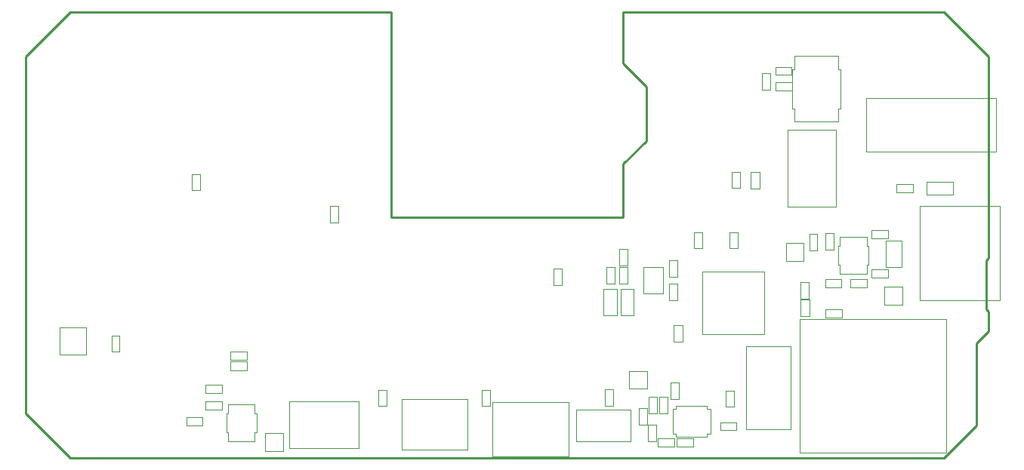
<source format=gbr>
%TF.GenerationSoftware,KiCad,Pcbnew,9.0.2*%
%TF.CreationDate,2025-08-01T13:44:13+01:00*%
%TF.ProjectId,FED3,46454433-2e6b-4696-9361-645f70636258,rev?*%
%TF.SameCoordinates,Original*%
%TF.FileFunction,Other,User*%
%FSLAX46Y46*%
G04 Gerber Fmt 4.6, Leading zero omitted, Abs format (unit mm)*
G04 Created by KiCad (PCBNEW 9.0.2) date 2025-08-01 13:44:13*
%MOMM*%
%LPD*%
G01*
G04 APERTURE LIST*
%ADD10C,0.050000*%
%TA.AperFunction,Profile*%
%ADD11C,0.250000*%
%TD*%
G04 APERTURE END LIST*
D10*
%TO.C,J2*%
X162320000Y-128170000D02*
X162320000Y-124630000D01*
X162320000Y-124630000D02*
X156230000Y-124630000D01*
X156230000Y-128170000D02*
X162320000Y-128170000D01*
X156230000Y-124630000D02*
X156230000Y-128170000D01*
%TO.C,SW2*%
X175300000Y-117475000D02*
X180300000Y-117475000D01*
X175300000Y-126775000D02*
X175300000Y-117475000D01*
X180300000Y-117475000D02*
X180300000Y-126775000D01*
X180300000Y-126775000D02*
X175300000Y-126775000D01*
%TO.C,TP4*%
X190800000Y-112850000D02*
X190800000Y-110850000D01*
X190800000Y-112850000D02*
X192800000Y-112850000D01*
X192800000Y-110850000D02*
X190800000Y-110850000D01*
X192800000Y-110850000D02*
X192800000Y-112850000D01*
%TO.C,C18*%
X166650000Y-110477500D02*
X167570000Y-110477500D01*
X166650000Y-112297500D02*
X166650000Y-110477500D01*
X167570000Y-110477500D02*
X167570000Y-112297500D01*
X167570000Y-112297500D02*
X166650000Y-112297500D01*
%TO.C,C17*%
X166640000Y-107862500D02*
X167560000Y-107862500D01*
X166640000Y-109682500D02*
X166640000Y-107862500D01*
X167560000Y-107862500D02*
X167560000Y-109682500D01*
X167560000Y-109682500D02*
X166640000Y-109682500D01*
%TO.C,R17*%
X167470000Y-127830000D02*
X169330000Y-127830000D01*
X167470000Y-128770000D02*
X167470000Y-127830000D01*
X169330000Y-127830000D02*
X169330000Y-128770000D01*
X169330000Y-128770000D02*
X167470000Y-128770000D01*
%TO.C,X2*%
X165970000Y-108597500D02*
X163770000Y-108597500D01*
X163770000Y-111597500D01*
X165970000Y-111597500D01*
X165970000Y-108597500D01*
%TO.C,R267*%
X189316000Y-104457400D02*
X191176000Y-104457400D01*
X189316000Y-105397400D02*
X189316000Y-104457400D01*
X191176000Y-104457400D02*
X191176000Y-105397400D01*
X191176000Y-105397400D02*
X189316000Y-105397400D01*
%TO.C,R6*%
X178590000Y-87830000D02*
X180450000Y-87830000D01*
X178590000Y-88770000D02*
X178590000Y-87830000D01*
X180450000Y-87830000D02*
X180450000Y-88770000D01*
X180450000Y-88770000D02*
X178590000Y-88770000D01*
%TO.C,C10*%
X173695500Y-97902400D02*
X174615500Y-97902400D01*
X173695500Y-99722400D02*
X173695500Y-97902400D01*
X174615500Y-97902400D02*
X174615500Y-99722400D01*
X174615500Y-99722400D02*
X173695500Y-99722400D01*
%TO.C,C1*%
X178590000Y-86140000D02*
X180410000Y-86140000D01*
X178590000Y-87060000D02*
X178590000Y-86140000D01*
X180410000Y-86140000D02*
X180410000Y-87060000D01*
X180410000Y-87060000D02*
X178590000Y-87060000D01*
%TO.C,CHG0*%
X195497000Y-99015800D02*
X198457000Y-99015800D01*
X195497000Y-100475800D02*
X195497000Y-99015800D01*
X198457000Y-99015800D02*
X198457000Y-100475800D01*
X198457000Y-100475800D02*
X195497000Y-100475800D01*
%TO.C,L1*%
X161210000Y-111040000D02*
X162670000Y-111040000D01*
X161210000Y-114000000D02*
X161210000Y-111040000D01*
X162670000Y-111040000D02*
X162670000Y-114000000D01*
X162670000Y-114000000D02*
X161210000Y-114000000D01*
%TO.C,R5*%
X181430000Y-112270000D02*
X182370000Y-112270000D01*
X181430000Y-114130000D02*
X181430000Y-112270000D01*
X182370000Y-112270000D02*
X182370000Y-114130000D01*
X182370000Y-114130000D02*
X181430000Y-114130000D01*
%TO.C,R14*%
X166839800Y-121598400D02*
X167779800Y-121598400D01*
X166839800Y-123458400D02*
X166839800Y-121598400D01*
X167779800Y-121598400D02*
X167779800Y-123458400D01*
X167779800Y-123458400D02*
X166839800Y-123458400D01*
%TO.C,C8*%
X134040000Y-122390000D02*
X134960000Y-122390000D01*
X134040000Y-124210000D02*
X134040000Y-122390000D01*
X134960000Y-122390000D02*
X134960000Y-124210000D01*
X134960000Y-124210000D02*
X134040000Y-124210000D01*
%TO.C,J1*%
X155432050Y-129879743D02*
X155432050Y-123789743D01*
X155432050Y-123789743D02*
X146812050Y-123789743D01*
X146812050Y-129879743D02*
X155432050Y-129879743D01*
X146812050Y-123789743D02*
X146812050Y-129879743D01*
%TO.C,D9*%
X190932200Y-105621200D02*
X192752200Y-105621200D01*
X190932200Y-108621200D02*
X190932200Y-105621200D01*
X192752200Y-105621200D02*
X192752200Y-108621200D01*
X192752200Y-108621200D02*
X190932200Y-108621200D01*
%TO.C,C6*%
X159490000Y-122340000D02*
X160410000Y-122340000D01*
X159490000Y-124160000D02*
X159490000Y-122340000D01*
X160410000Y-122340000D02*
X160410000Y-124160000D01*
X160410000Y-124160000D02*
X159490000Y-124160000D01*
%TO.C,C3*%
X104140000Y-116290000D02*
X105060000Y-116290000D01*
X104140000Y-118110000D02*
X104140000Y-116290000D01*
X105060000Y-116290000D02*
X105060000Y-118110000D01*
X105060000Y-118110000D02*
X104140000Y-118110000D01*
%TO.C,C16*%
X164290000Y-126340000D02*
X165210000Y-126340000D01*
X164290000Y-128160000D02*
X164290000Y-126340000D01*
X165210000Y-126340000D02*
X165210000Y-128160000D01*
X165210000Y-128160000D02*
X164290000Y-128160000D01*
%TO.C,R12*%
X167200000Y-115095000D02*
X168140000Y-115095000D01*
X167200000Y-116955000D02*
X167200000Y-115095000D01*
X168140000Y-115095000D02*
X168140000Y-116955000D01*
X168140000Y-116955000D02*
X167200000Y-116955000D01*
%TO.C,R266*%
X189316000Y-108851600D02*
X191176000Y-108851600D01*
X189316000Y-109791600D02*
X189316000Y-108851600D01*
X191176000Y-108851600D02*
X191176000Y-109791600D01*
X191176000Y-109791600D02*
X189316000Y-109791600D01*
%TO.C,U3*%
X167070600Y-124520000D02*
X167420600Y-124520000D01*
X167070600Y-127280000D02*
X167070600Y-124520000D01*
X167420600Y-124150000D02*
X170920600Y-124150000D01*
X167420600Y-124520000D02*
X167420600Y-124150000D01*
X167420600Y-127280000D02*
X167070600Y-127280000D01*
X167420600Y-127650000D02*
X167420600Y-127280000D01*
X170920600Y-124150000D02*
X170920600Y-124520000D01*
X170920600Y-124520000D02*
X171270600Y-124520000D01*
X170920600Y-127280000D02*
X170920600Y-127650000D01*
X170920600Y-127650000D02*
X167420600Y-127650000D01*
X171270600Y-124520000D02*
X171270600Y-127280000D01*
X171270600Y-127280000D02*
X170920600Y-127280000D01*
%TO.C,X1*%
X185389100Y-93191600D02*
X179939100Y-93191600D01*
X179939100Y-101841600D01*
X185389100Y-101841600D01*
X185389100Y-93191600D01*
%TO.C,R8*%
X114670000Y-121830000D02*
X116530000Y-121830000D01*
X114670000Y-122770000D02*
X114670000Y-121830000D01*
X116530000Y-121830000D02*
X116530000Y-122770000D01*
X116530000Y-122770000D02*
X114670000Y-122770000D01*
%TO.C,IC1*%
X117000000Y-125050000D02*
X117200000Y-125050000D01*
X117000000Y-127150000D02*
X117000000Y-125050000D01*
X117200000Y-124050000D02*
X120200000Y-124050000D01*
X117200000Y-125050000D02*
X117200000Y-124050000D01*
X117200000Y-127150000D02*
X117000000Y-127150000D01*
X117200000Y-128150000D02*
X117200000Y-127150000D01*
X120200000Y-124050000D02*
X120200000Y-125050000D01*
X120200000Y-125050000D02*
X120400000Y-125050000D01*
X120200000Y-127150000D02*
X120200000Y-128150000D01*
X120200000Y-128150000D02*
X117200000Y-128150000D01*
X120400000Y-125050000D02*
X120400000Y-127150000D01*
X120400000Y-127150000D02*
X120200000Y-127150000D01*
%TO.C,C19*%
X173420000Y-104677500D02*
X174340000Y-104677500D01*
X173420000Y-106497500D02*
X173420000Y-104677500D01*
X174340000Y-104677500D02*
X174340000Y-106497500D01*
X174340000Y-106497500D02*
X173420000Y-106497500D01*
%TO.C,X4*%
X181320000Y-129400000D02*
X197770000Y-129400000D01*
X197770000Y-114450000D01*
X181320000Y-114450000D01*
X181320000Y-129400000D01*
%TO.C,R15*%
X159610000Y-108590000D02*
X160550000Y-108590000D01*
X159610000Y-110450000D02*
X159610000Y-108590000D01*
X160550000Y-108590000D02*
X160550000Y-110450000D01*
X160550000Y-110450000D02*
X159610000Y-110450000D01*
%TO.C,R11*%
X186970000Y-109930000D02*
X188830000Y-109930000D01*
X186970000Y-110870000D02*
X186970000Y-109930000D01*
X188830000Y-109930000D02*
X188830000Y-110870000D01*
X188830000Y-110870000D02*
X186970000Y-110870000D01*
%TO.C,TP2*%
X162200000Y-120266000D02*
X162200000Y-122266000D01*
X162200000Y-120266000D02*
X164200000Y-120266000D01*
X164200000Y-122266000D02*
X162200000Y-122266000D01*
X164200000Y-122266000D02*
X164200000Y-120266000D01*
%TO.C,L0*%
X159320000Y-111040000D02*
X160780000Y-111040000D01*
X159320000Y-114000000D02*
X159320000Y-111040000D01*
X160780000Y-111040000D02*
X160780000Y-114000000D01*
X160780000Y-114000000D02*
X159320000Y-114000000D01*
%TO.C,IC4*%
X180447100Y-86401600D02*
X180687100Y-86401600D01*
X180447100Y-90801600D02*
X180447100Y-86401600D01*
X180687100Y-84901600D02*
X185607100Y-84901600D01*
X180687100Y-86401600D02*
X180687100Y-84901600D01*
X180687100Y-90801600D02*
X180447100Y-90801600D01*
X180687100Y-92301600D02*
X180687100Y-90801600D01*
X185607100Y-84901600D02*
X185607100Y-86401600D01*
X185607100Y-86401600D02*
X185847100Y-86401600D01*
X185607100Y-90801600D02*
X185607100Y-92301600D01*
X185607100Y-92301600D02*
X180687100Y-92301600D01*
X185847100Y-86401600D02*
X185847100Y-90801600D01*
X185847100Y-90801600D02*
X185607100Y-90801600D01*
%TO.C,C15*%
X184165000Y-104840000D02*
X185085000Y-104840000D01*
X184165000Y-106660000D02*
X184165000Y-104840000D01*
X185085000Y-104840000D02*
X185085000Y-106660000D01*
X185085000Y-106660000D02*
X184165000Y-106660000D01*
%TO.C,C7*%
X145690000Y-122390000D02*
X146610000Y-122390000D01*
X145690000Y-124210000D02*
X145690000Y-122390000D01*
X146610000Y-122390000D02*
X146610000Y-124210000D01*
X146610000Y-124210000D02*
X145690000Y-124210000D01*
%TO.C,AUX_I2C0*%
X124100000Y-123700000D02*
X124100000Y-128900000D01*
X124100000Y-128900000D02*
X131900000Y-128900000D01*
X131900000Y-123700000D02*
X124100000Y-123700000D01*
X131900000Y-128900000D02*
X131900000Y-123700000D01*
%TO.C,C4*%
X112515000Y-125490000D02*
X114335000Y-125490000D01*
X112515000Y-126410000D02*
X112515000Y-125490000D01*
X114335000Y-125490000D02*
X114335000Y-126410000D01*
X114335000Y-126410000D02*
X112515000Y-126410000D01*
%TO.C,C12*%
X169420000Y-104677500D02*
X170340000Y-104677500D01*
X169420000Y-106497500D02*
X169420000Y-104677500D01*
X170340000Y-104677500D02*
X170340000Y-106497500D01*
X170340000Y-106497500D02*
X169420000Y-106497500D01*
%TO.C,R16*%
X165355400Y-127830000D02*
X167215400Y-127830000D01*
X165355400Y-128770000D02*
X165355400Y-127830000D01*
X167215400Y-127830000D02*
X167215400Y-128770000D01*
X167215400Y-128770000D02*
X165355400Y-128770000D01*
%TO.C,R13*%
X161080000Y-106570000D02*
X162020000Y-106570000D01*
X161080000Y-108430000D02*
X161080000Y-106570000D01*
X162020000Y-106570000D02*
X162020000Y-108430000D01*
X162020000Y-108430000D02*
X161080000Y-108430000D01*
%TO.C,TP1*%
X179746400Y-107908600D02*
X179746400Y-105908600D01*
X179746400Y-107908600D02*
X181746400Y-107908600D01*
X181746400Y-105908600D02*
X179746400Y-105908600D01*
X181746400Y-105908600D02*
X181746400Y-107908600D01*
%TO.C,U1*%
X170350000Y-109137500D02*
X177350000Y-109137500D01*
X170350000Y-116137500D02*
X170350000Y-109137500D01*
X177350000Y-109137500D02*
X177350000Y-116137500D01*
X177350000Y-116137500D02*
X170350000Y-116137500D01*
%TO.C,C2*%
X177040000Y-86890000D02*
X177960000Y-86890000D01*
X177040000Y-88710000D02*
X177040000Y-86890000D01*
X177960000Y-86890000D02*
X177960000Y-88710000D01*
X177960000Y-88710000D02*
X177040000Y-88710000D01*
%TO.C,C14*%
X184190000Y-113390000D02*
X186010000Y-113390000D01*
X184190000Y-114310000D02*
X184190000Y-113390000D01*
X186010000Y-113390000D02*
X186010000Y-114310000D01*
X186010000Y-114310000D02*
X184190000Y-114310000D01*
%TO.C,X5*%
X144074300Y-129136400D02*
X136724300Y-129136400D01*
X136724300Y-123386400D01*
X144074300Y-123386400D01*
X144074300Y-129136400D01*
%TO.C,C13*%
X182365000Y-104890000D02*
X183285000Y-104890000D01*
X182365000Y-106710000D02*
X182365000Y-104890000D01*
X183285000Y-104890000D02*
X183285000Y-106710000D01*
X183285000Y-106710000D02*
X182365000Y-106710000D01*
%TO.C,R10*%
X192170000Y-99330000D02*
X194030000Y-99330000D01*
X192170000Y-100270000D02*
X192170000Y-99330000D01*
X194030000Y-99330000D02*
X194030000Y-100270000D01*
X194030000Y-100270000D02*
X192170000Y-100270000D01*
%TO.C,R21*%
X161080000Y-108590000D02*
X162020000Y-108590000D01*
X161080000Y-110450000D02*
X161080000Y-108590000D01*
X162020000Y-108590000D02*
X162020000Y-110450000D01*
X162020000Y-110450000D02*
X161080000Y-110450000D01*
%TO.C,R4*%
X181380000Y-110270000D02*
X182320000Y-110270000D01*
X181380000Y-112130000D02*
X181380000Y-110270000D01*
X182320000Y-110270000D02*
X182320000Y-112130000D01*
X182320000Y-112130000D02*
X181380000Y-112130000D01*
%TO.C,R9*%
X117470000Y-118080000D02*
X119330000Y-118080000D01*
X117470000Y-119020000D02*
X117470000Y-118080000D01*
X119330000Y-118080000D02*
X119330000Y-119020000D01*
X119330000Y-119020000D02*
X117470000Y-119020000D01*
%TO.C,R20*%
X163230000Y-124420000D02*
X164170000Y-124420000D01*
X163230000Y-126280000D02*
X163230000Y-124420000D01*
X164170000Y-124420000D02*
X164170000Y-126280000D01*
X164170000Y-126280000D02*
X163230000Y-126280000D01*
%TO.C,R1*%
X128630000Y-101770000D02*
X129570000Y-101770000D01*
X128630000Y-103630000D02*
X128630000Y-101770000D01*
X129570000Y-101770000D02*
X129570000Y-103630000D01*
X129570000Y-103630000D02*
X128630000Y-103630000D01*
%TO.C,R18*%
X164330000Y-123145000D02*
X165270000Y-123145000D01*
X164330000Y-125005000D02*
X164330000Y-123145000D01*
X165270000Y-123145000D02*
X165270000Y-125005000D01*
X165270000Y-125005000D02*
X164330000Y-125005000D01*
%TO.C,R3*%
X175839100Y-97913600D02*
X176779100Y-97913600D01*
X175839100Y-99773600D02*
X175839100Y-97913600D01*
X176779100Y-97913600D02*
X176779100Y-99773600D01*
X176779100Y-99773600D02*
X175839100Y-99773600D01*
%TO.C,C11*%
X184140000Y-109990000D02*
X185960000Y-109990000D01*
X184140000Y-110910000D02*
X184140000Y-109990000D01*
X185960000Y-109990000D02*
X185960000Y-110910000D01*
X185960000Y-110910000D02*
X184140000Y-110910000D01*
%TO.C,J6*%
X194774200Y-112353600D02*
X203714200Y-112353600D01*
X203714200Y-101713600D01*
X194774200Y-101713600D01*
X194774200Y-112353600D01*
%TO.C,R19*%
X165530000Y-123145000D02*
X166470000Y-123145000D01*
X165530000Y-125005000D02*
X165530000Y-123145000D01*
X166470000Y-123145000D02*
X166470000Y-125005000D01*
X166470000Y-125005000D02*
X165530000Y-125005000D01*
%TO.C,TP5*%
X98300000Y-118400000D02*
X98300000Y-115400000D01*
X98300000Y-118400000D02*
X101300000Y-118400000D01*
X101300000Y-115400000D02*
X98300000Y-115400000D01*
X101300000Y-115400000D02*
X101300000Y-118400000D01*
%TO.C,R22*%
X117460000Y-119230000D02*
X119320000Y-119230000D01*
X117460000Y-120170000D02*
X117460000Y-119230000D01*
X119320000Y-119230000D02*
X119320000Y-120170000D01*
X119320000Y-120170000D02*
X117460000Y-120170000D01*
%TO.C,TP3*%
X121350000Y-129250000D02*
X121350000Y-127250000D01*
X121350000Y-129250000D02*
X123350000Y-129250000D01*
X123350000Y-127250000D02*
X121350000Y-127250000D01*
X123350000Y-127250000D02*
X123350000Y-129250000D01*
%TO.C,C20*%
X172390000Y-126015000D02*
X174210000Y-126015000D01*
X172390000Y-126935000D02*
X172390000Y-126015000D01*
X174210000Y-126015000D02*
X174210000Y-126935000D01*
X174210000Y-126935000D02*
X172390000Y-126935000D01*
%TO.C,C5*%
X173040000Y-122490000D02*
X173960000Y-122490000D01*
X173040000Y-124310000D02*
X173040000Y-122490000D01*
X173960000Y-122490000D02*
X173960000Y-124310000D01*
X173960000Y-124310000D02*
X173040000Y-124310000D01*
%TO.C,R2*%
X153730000Y-108770000D02*
X154670000Y-108770000D01*
X153730000Y-110630000D02*
X153730000Y-108770000D01*
X154670000Y-108770000D02*
X154670000Y-110630000D01*
X154670000Y-110630000D02*
X153730000Y-110630000D01*
%TO.C,C9*%
X113140000Y-98190000D02*
X114060000Y-98190000D01*
X113140000Y-100010000D02*
X113140000Y-98190000D01*
X114060000Y-98190000D02*
X114060000Y-100010000D01*
X114060000Y-100010000D02*
X113140000Y-100010000D01*
%TO.C,R7*%
X114670000Y-123680000D02*
X116530000Y-123680000D01*
X114670000Y-124620000D02*
X114670000Y-123680000D01*
X116530000Y-123680000D02*
X116530000Y-124620000D01*
X116530000Y-124620000D02*
X114670000Y-124620000D01*
%TO.C,EXT0*%
X203344300Y-95614800D02*
X188794300Y-95614800D01*
X188794300Y-89614800D01*
X203344300Y-89614800D01*
X203344300Y-95614800D01*
%TO.C,U2*%
X185600000Y-106250000D02*
X185800000Y-106250000D01*
X185600000Y-108350000D02*
X185600000Y-106250000D01*
X185800000Y-105250000D02*
X188800000Y-105250000D01*
X185800000Y-106250000D02*
X185800000Y-105250000D01*
X185800000Y-108350000D02*
X185600000Y-108350000D01*
X185800000Y-109350000D02*
X185800000Y-108350000D01*
X188800000Y-105250000D02*
X188800000Y-106250000D01*
X188800000Y-106250000D02*
X189000000Y-106250000D01*
X188800000Y-108350000D02*
X188800000Y-109350000D01*
X188800000Y-109350000D02*
X185800000Y-109350000D01*
X189000000Y-106250000D02*
X189000000Y-108350000D01*
X189000000Y-108350000D02*
X188800000Y-108350000D01*
%TD*%
D11*
X201101100Y-126403600D02*
X201101100Y-117203600D01*
X161501100Y-103003600D02*
X135501100Y-103003600D01*
X161501100Y-80003600D02*
X161501100Y-85751600D01*
X161501100Y-85751600D02*
X164097100Y-88347600D01*
X99501100Y-80003600D02*
X94501100Y-85003600D01*
X202221100Y-107883600D02*
X202501100Y-107603600D01*
X202501100Y-85003600D02*
X197501100Y-80003600D01*
X202221100Y-113323600D02*
X202221100Y-107883600D01*
X202501100Y-107603600D02*
X202501100Y-85003600D01*
X161501100Y-96983600D02*
X161501100Y-103003600D01*
X202501100Y-113603600D02*
X202221100Y-113323600D01*
X135501100Y-103003600D02*
X135501100Y-80003600D01*
X94501100Y-125003600D02*
X99501100Y-130003600D01*
X164097100Y-88347600D02*
X164097100Y-94443600D01*
X197501100Y-130003600D02*
X201101100Y-126403600D01*
X197501100Y-80003600D02*
X161501100Y-80003600D01*
X202501100Y-115803600D02*
X202501100Y-113603600D01*
X94501100Y-85003600D02*
X94501100Y-125003600D01*
X99501100Y-130003600D02*
X197501100Y-130003600D01*
X164097100Y-94443600D02*
X161501100Y-96983600D01*
X201101100Y-117203600D02*
X202501100Y-115803600D01*
X135501100Y-80003600D02*
X99501100Y-80003600D01*
M02*

</source>
